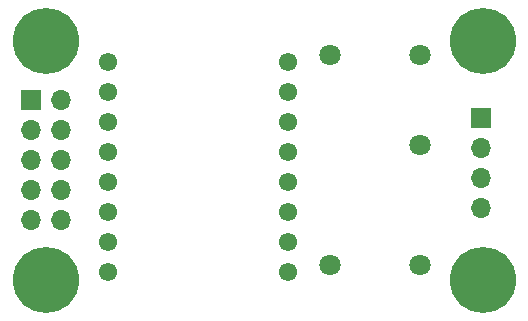
<source format=gbr>
%TF.GenerationSoftware,KiCad,Pcbnew,9.0.0*%
%TF.CreationDate,2025-07-05T14:51:01+02:00*%
%TF.ProjectId,pc-switch,70632d73-7769-4746-9368-2e6b69636164,rev?*%
%TF.SameCoordinates,Original*%
%TF.FileFunction,Soldermask,Top*%
%TF.FilePolarity,Negative*%
%FSLAX46Y46*%
G04 Gerber Fmt 4.6, Leading zero omitted, Abs format (unit mm)*
G04 Created by KiCad (PCBNEW 9.0.0) date 2025-07-05 14:51:01*
%MOMM*%
%LPD*%
G01*
G04 APERTURE LIST*
%ADD10R,1.700000X1.700000*%
%ADD11O,1.700000X1.700000*%
%ADD12C,5.600000*%
%ADD13C,1.803400*%
%ADD14C,1.552000*%
G04 APERTURE END LIST*
D10*
%TO.C,J103*%
X153750000Y-83300000D03*
D11*
X153750000Y-85840000D03*
X153750000Y-88380000D03*
X153750000Y-90920000D03*
%TD*%
D12*
%TO.C,H103*%
X153850000Y-97000000D03*
%TD*%
%TO.C,H104*%
X116850000Y-97000000D03*
%TD*%
%TO.C,H102*%
X153850000Y-76700000D03*
%TD*%
%TO.C,H101*%
X116850000Y-76700000D03*
%TD*%
D13*
%TO.C,U102*%
X148552001Y-95735100D03*
X148552001Y-85575100D03*
X148552001Y-77955099D03*
X140932001Y-95735100D03*
X140932001Y-77955100D03*
%TD*%
D14*
%TO.C,U101*%
X137380000Y-96270000D03*
X137380000Y-93730000D03*
X137380000Y-91190000D03*
X137380000Y-88650000D03*
X137380000Y-86110000D03*
X137380000Y-83570000D03*
X137380000Y-81030000D03*
X137380000Y-78490000D03*
X122140000Y-78490000D03*
X122140000Y-81030000D03*
X122140000Y-83570000D03*
X122140000Y-86110000D03*
X122140000Y-88650000D03*
X122140000Y-91190000D03*
X122140000Y-93730000D03*
X122140000Y-96270000D03*
%TD*%
D10*
%TO.C,J104*%
X115610000Y-81730000D03*
D11*
X118150000Y-81730000D03*
X115610000Y-84270000D03*
X118150000Y-84270000D03*
X115610000Y-86810000D03*
X118150000Y-86810000D03*
X115610000Y-89350000D03*
X118150000Y-89350000D03*
X115610000Y-91890000D03*
X118150000Y-91890000D03*
%TD*%
M02*

</source>
